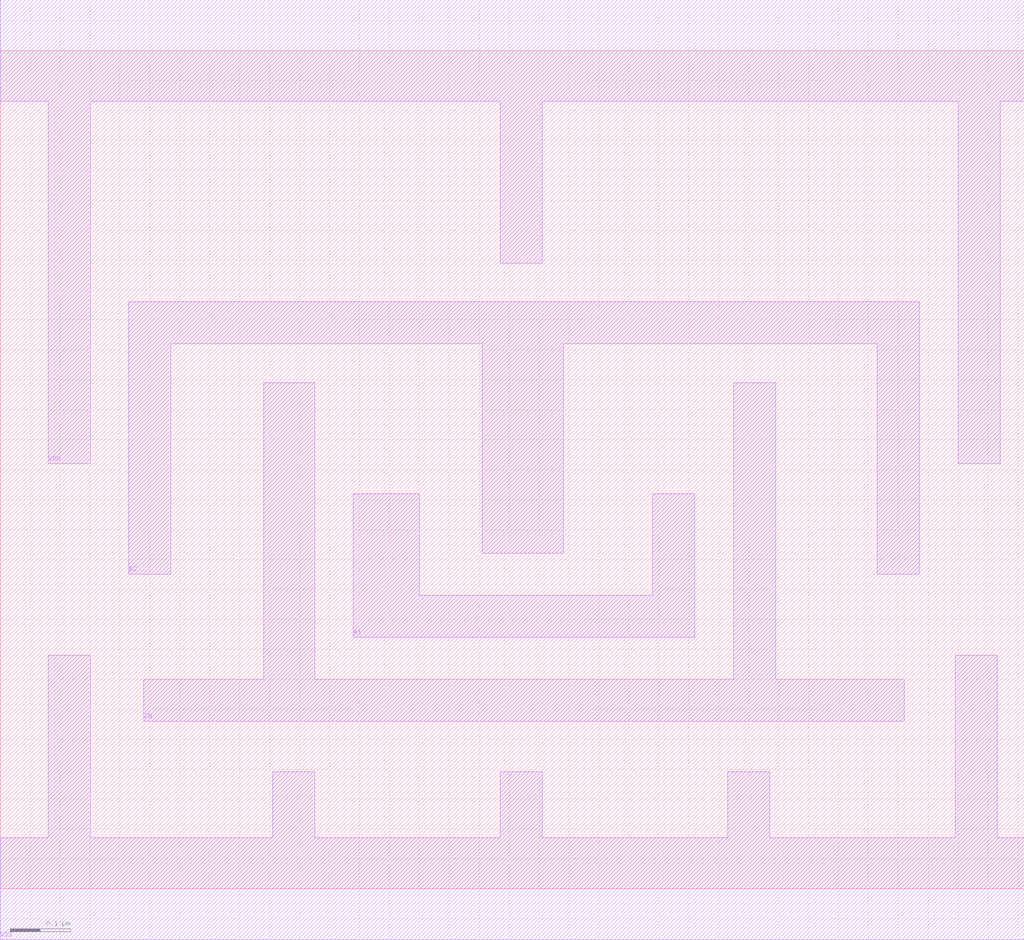
<source format=lef>
# 
# ******************************************************************************
# *                                                                            *
# *                   Copyright (C) 2004-2010, Nangate Inc.                    *
# *                           All rights reserved.                             *
# *                                                                            *
# * Nangate and the Nangate logo are trademarks of Nangate Inc.                *
# *                                                                            *
# * All trademarks, logos, software marks, and trade names (collectively the   *
# * "Marks") in this program are proprietary to Nangate or other respective    *
# * owners that have granted Nangate the right and license to use such Marks.  *
# * You are not permitted to use the Marks without the prior written consent   *
# * of Nangate or such third party that may own the Marks.                     *
# *                                                                            *
# * This file has been provided pursuant to a License Agreement containing     *
# * restrictions on its use. This file contains valuable trade secrets and     *
# * proprietary information of Nangate Inc., and is protected by U.S. and      *
# * international laws and/or treaties.                                        *
# *                                                                            *
# * The copyright notice(s) in this file does not indicate actual or intended  *
# * publication of this file.                                                  *
# *                                                                            *
# *     NGLibraryCreator, v2010.08-HR32-SP3-2010-08-05 - build 1009061800      *
# *                                                                            *
# ******************************************************************************
# 
# 
# Running on brazil06.nangate.com.br for user Giancarlo Franciscatto (gfr).
# Local time is now Fri, 3 Dec 2010, 19:32:18.
# Main process id is 27821.

VERSION 5.6 ;
BUSBITCHARS "[]" ;
DIVIDERCHAR "/" ;

MACRO NOR2_X4
  CLASS core ;
  FOREIGN NOR2_X4 0.0 0.0 ;
  ORIGIN 0 0 ;
  SYMMETRY X Y ;
  SITE FreePDK45_38x28_10R_NP_162NW_34O ;
  SIZE 1.71 BY 1.4 ;
  PIN A1
    DIRECTION INPUT ;
    ANTENNAPARTIALMETALAREA 0.0705 LAYER metal1 ;
    ANTENNAPARTIALMETALSIDEAREA 0.2548 LAYER metal1 ;
    ANTENNAGATEAREA 0.209 ;
    PORT
      LAYER metal1 ;
        POLYGON 0.59 0.42 1.16 0.42 1.16 0.66 1.09 0.66 1.09 0.49 0.7 0.49 0.7 0.66 0.59 0.66  ;
    END
  END A1
  PIN A2
    DIRECTION INPUT ;
    ANTENNAPARTIALMETALAREA 0.19355 LAYER metal1 ;
    ANTENNAPARTIALMETALSIDEAREA 0.6526 LAYER metal1 ;
    ANTENNAGATEAREA 0.209 ;
    PORT
      LAYER metal1 ;
        POLYGON 0.215 0.525 0.285 0.525 0.285 0.91 0.805 0.91 0.805 0.56 0.94 0.56 0.94 0.91 1.465 0.91 1.465 0.525 1.535 0.525 1.535 0.98 0.215 0.98  ;
    END
  END A2
  PIN ZN
    DIRECTION OUTPUT ;
    ANTENNAPARTIALMETALAREA 0.165625 LAYER metal1 ;
    ANTENNAPARTIALMETALSIDEAREA 0.6058 LAYER metal1 ;
    ANTENNADIFFAREA 0.4088 ;
    PORT
      LAYER metal1 ;
        POLYGON 0.24 0.28 1.51 0.28 1.51 0.35 1.295 0.35 1.295 0.845 1.225 0.845 1.225 0.35 0.525 0.35 0.525 0.845 0.44 0.845 0.44 0.35 0.24 0.35  ;
    END
  END ZN
  PIN VDD
    DIRECTION INOUT ;
    USE power ;
    SHAPE ABUTMENT ;
    PORT
      LAYER metal1 ;
        POLYGON 0 1.315 0.08 1.315 0.08 0.71 0.15 0.71 0.15 1.315 0.835 1.315 0.835 1.045 0.905 1.045 0.905 1.315 1.6 1.315 1.6 0.71 1.67 0.71 1.67 1.315 1.71 1.315 1.71 1.485 0 1.485  ;
    END
  END VDD
  PIN VSS
    DIRECTION INOUT ;
    USE ground ;
    SHAPE ABUTMENT ;
    PORT
      LAYER metal1 ;
        POLYGON 0 -0.085 1.71 -0.085 1.71 0.085 1.665 0.085 1.665 0.39 1.595 0.39 1.595 0.085 1.285 0.085 1.285 0.195 1.215 0.195 1.215 0.085 0.905 0.085 0.905 0.195 0.835 0.195 0.835 0.085 0.525 0.085 0.525 0.195 0.455 0.195 0.455 0.085 0.15 0.085 0.15 0.39 0.08 0.39 0.08 0.085 0 0.085  ;
    END
  END VSS
END NOR2_X4

END LIBRARY
#
# End of file
#

</source>
